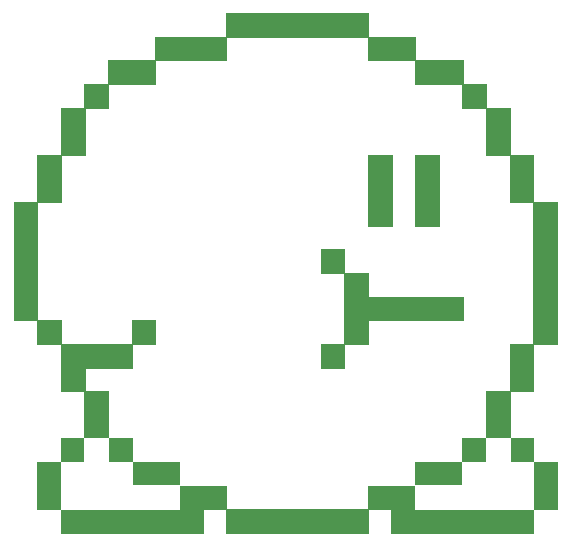
<source format=gbr>
G04 #@! TF.GenerationSoftware,KiCad,Pcbnew,5.1.2-f72e74a~84~ubuntu16.04.1*
G04 #@! TF.CreationDate,2019-07-01T21:57:51-07:00*
G04 #@! TF.ProjectId,Kirby_SAO,4b697262-795f-4534-914f-2e6b69636164,rev?*
G04 #@! TF.SameCoordinates,Original*
G04 #@! TF.FileFunction,Legend,Top*
G04 #@! TF.FilePolarity,Positive*
%FSLAX46Y46*%
G04 Gerber Fmt 4.6, Leading zero omitted, Abs format (unit mm)*
G04 Created by KiCad (PCBNEW 5.1.2-f72e74a~84~ubuntu16.04.1) date 2019-07-01 21:57:51*
%MOMM*%
%LPD*%
G04 APERTURE LIST*
%ADD10C,0.010000*%
%ADD11R,1.829200X1.829200*%
%ADD12O,1.829200X1.829200*%
%ADD13C,1.829200*%
G04 APERTURE END LIST*
D10*
G36*
X113017500Y-96020667D02*
G01*
X111006666Y-96020667D01*
X111006666Y-90009334D01*
X113017500Y-90009334D01*
X113017500Y-96020667D01*
X113017500Y-96020667D01*
G37*
X113017500Y-96020667D02*
X111006666Y-96020667D01*
X111006666Y-90009334D01*
X113017500Y-90009334D01*
X113017500Y-96020667D01*
G36*
X109017000Y-96020667D02*
G01*
X107006166Y-96020667D01*
X107006166Y-90009334D01*
X109017000Y-90009334D01*
X109017000Y-96020667D01*
X109017000Y-96020667D01*
G37*
X109017000Y-96020667D02*
X107006166Y-96020667D01*
X107006166Y-90009334D01*
X109017000Y-90009334D01*
X109017000Y-96020667D01*
G36*
X105016500Y-100000000D02*
G01*
X107027333Y-100000000D01*
X107027333Y-102010834D01*
X115028333Y-102010834D01*
X115028333Y-104021667D01*
X107027333Y-104021667D01*
X107027333Y-106011334D01*
X105016500Y-106011334D01*
X105016500Y-108022167D01*
X103005666Y-108022167D01*
X103005666Y-106011334D01*
X104995333Y-106011334D01*
X104995333Y-100021167D01*
X103005666Y-100021167D01*
X103005666Y-98010334D01*
X105016500Y-98010334D01*
X105016500Y-100000000D01*
X105016500Y-100000000D01*
G37*
X105016500Y-100000000D02*
X107027333Y-100000000D01*
X107027333Y-102010834D01*
X115028333Y-102010834D01*
X115028333Y-104021667D01*
X107027333Y-104021667D01*
X107027333Y-106011334D01*
X105016500Y-106011334D01*
X105016500Y-108022167D01*
X103005666Y-108022167D01*
X103005666Y-106011334D01*
X104995333Y-106011334D01*
X104995333Y-100021167D01*
X103005666Y-100021167D01*
X103005666Y-98010334D01*
X105016500Y-98010334D01*
X105016500Y-100000000D01*
G36*
X107027333Y-79997500D02*
G01*
X111027833Y-79997500D01*
X111027833Y-82008334D01*
X115028333Y-82008334D01*
X115028333Y-83998000D01*
X117018000Y-83998000D01*
X117018000Y-86008834D01*
X119028833Y-86008834D01*
X119028833Y-90009334D01*
X121018500Y-90009334D01*
X121018500Y-94009834D01*
X123008166Y-94009834D01*
X123008166Y-106011334D01*
X121018500Y-106011334D01*
X121018500Y-110011834D01*
X119028833Y-110011834D01*
X119028833Y-114012334D01*
X121018500Y-114012334D01*
X121018500Y-116002000D01*
X123008166Y-116002000D01*
X123008166Y-120023667D01*
X121018500Y-120023667D01*
X121018500Y-122013334D01*
X108995833Y-122013334D01*
X108995833Y-120023667D01*
X107027333Y-120023667D01*
X107027333Y-122013334D01*
X95004666Y-122013334D01*
X95004666Y-120023667D01*
X93015000Y-120023667D01*
X93015000Y-122013334D01*
X80992333Y-122013334D01*
X80992333Y-120023667D01*
X79002666Y-120023667D01*
X79002666Y-116023167D01*
X81013500Y-116023167D01*
X81013500Y-120002500D01*
X91004166Y-120002500D01*
X91004166Y-118012834D01*
X87003666Y-118012834D01*
X87003666Y-116023167D01*
X84992833Y-116023167D01*
X84992833Y-114012334D01*
X83024333Y-114012334D01*
X83024333Y-116023167D01*
X81013500Y-116023167D01*
X79002666Y-116023167D01*
X79002666Y-116002000D01*
X80992333Y-116002000D01*
X80992333Y-114012334D01*
X83003166Y-114012334D01*
X83003166Y-110011834D01*
X80992333Y-110011834D01*
X80992333Y-106011334D01*
X79002666Y-106011334D01*
X79002666Y-104021667D01*
X77013000Y-104021667D01*
X77013000Y-94009834D01*
X79002666Y-94009834D01*
X79023833Y-94009834D01*
X79023833Y-104000500D01*
X81013500Y-104000500D01*
X81013500Y-106011334D01*
X87003666Y-106011334D01*
X87003666Y-104000500D01*
X89014500Y-104000500D01*
X89014500Y-106011334D01*
X87024833Y-106011334D01*
X87024833Y-108022167D01*
X83024333Y-108022167D01*
X83024333Y-110011834D01*
X85014000Y-110011834D01*
X85014000Y-114012334D01*
X87024833Y-114012334D01*
X87024833Y-116002000D01*
X91025333Y-116002000D01*
X91025333Y-118012834D01*
X95025833Y-118012834D01*
X95025833Y-120002500D01*
X107006166Y-120002500D01*
X107006166Y-118012834D01*
X111006666Y-118012834D01*
X111027833Y-118012834D01*
X111027833Y-120002500D01*
X120997333Y-120002500D01*
X120997333Y-116023167D01*
X119007666Y-116023167D01*
X119007666Y-114012334D01*
X117018000Y-114012334D01*
X117018000Y-116023167D01*
X115028333Y-116023167D01*
X115028333Y-118012834D01*
X111027833Y-118012834D01*
X111006666Y-118012834D01*
X111006666Y-116002000D01*
X115007166Y-116002000D01*
X115007166Y-114012334D01*
X116996833Y-114012334D01*
X116996833Y-110011834D01*
X119007666Y-110011834D01*
X119007666Y-106011334D01*
X120997333Y-106011334D01*
X120997333Y-94009834D01*
X119007666Y-94009834D01*
X119007666Y-90009334D01*
X116996833Y-90009334D01*
X116996833Y-86008834D01*
X115007166Y-86008834D01*
X115007166Y-84019167D01*
X111006666Y-84019167D01*
X111006666Y-82008334D01*
X107006166Y-82008334D01*
X107006166Y-80018667D01*
X95025833Y-80018667D01*
X95025833Y-82008334D01*
X89014500Y-82008334D01*
X89014500Y-84019167D01*
X85014000Y-84019167D01*
X85014000Y-86008834D01*
X83024333Y-86008834D01*
X83024333Y-90009334D01*
X81013500Y-90009334D01*
X81013500Y-94009834D01*
X79023833Y-94009834D01*
X79002666Y-94009834D01*
X79002666Y-90009334D01*
X80992333Y-90009334D01*
X80992333Y-86008834D01*
X83003166Y-86008834D01*
X83003166Y-83998000D01*
X84992833Y-83998000D01*
X84992833Y-82008334D01*
X88993333Y-82008334D01*
X88993333Y-79997500D01*
X95004666Y-79997500D01*
X95004666Y-78007834D01*
X107027333Y-78007834D01*
X107027333Y-79997500D01*
X107027333Y-79997500D01*
G37*
X107027333Y-79997500D02*
X111027833Y-79997500D01*
X111027833Y-82008334D01*
X115028333Y-82008334D01*
X115028333Y-83998000D01*
X117018000Y-83998000D01*
X117018000Y-86008834D01*
X119028833Y-86008834D01*
X119028833Y-90009334D01*
X121018500Y-90009334D01*
X121018500Y-94009834D01*
X123008166Y-94009834D01*
X123008166Y-106011334D01*
X121018500Y-106011334D01*
X121018500Y-110011834D01*
X119028833Y-110011834D01*
X119028833Y-114012334D01*
X121018500Y-114012334D01*
X121018500Y-116002000D01*
X123008166Y-116002000D01*
X123008166Y-120023667D01*
X121018500Y-120023667D01*
X121018500Y-122013334D01*
X108995833Y-122013334D01*
X108995833Y-120023667D01*
X107027333Y-120023667D01*
X107027333Y-122013334D01*
X95004666Y-122013334D01*
X95004666Y-120023667D01*
X93015000Y-120023667D01*
X93015000Y-122013334D01*
X80992333Y-122013334D01*
X80992333Y-120023667D01*
X79002666Y-120023667D01*
X79002666Y-116023167D01*
X81013500Y-116023167D01*
X81013500Y-120002500D01*
X91004166Y-120002500D01*
X91004166Y-118012834D01*
X87003666Y-118012834D01*
X87003666Y-116023167D01*
X84992833Y-116023167D01*
X84992833Y-114012334D01*
X83024333Y-114012334D01*
X83024333Y-116023167D01*
X81013500Y-116023167D01*
X79002666Y-116023167D01*
X79002666Y-116002000D01*
X80992333Y-116002000D01*
X80992333Y-114012334D01*
X83003166Y-114012334D01*
X83003166Y-110011834D01*
X80992333Y-110011834D01*
X80992333Y-106011334D01*
X79002666Y-106011334D01*
X79002666Y-104021667D01*
X77013000Y-104021667D01*
X77013000Y-94009834D01*
X79002666Y-94009834D01*
X79023833Y-94009834D01*
X79023833Y-104000500D01*
X81013500Y-104000500D01*
X81013500Y-106011334D01*
X87003666Y-106011334D01*
X87003666Y-104000500D01*
X89014500Y-104000500D01*
X89014500Y-106011334D01*
X87024833Y-106011334D01*
X87024833Y-108022167D01*
X83024333Y-108022167D01*
X83024333Y-110011834D01*
X85014000Y-110011834D01*
X85014000Y-114012334D01*
X87024833Y-114012334D01*
X87024833Y-116002000D01*
X91025333Y-116002000D01*
X91025333Y-118012834D01*
X95025833Y-118012834D01*
X95025833Y-120002500D01*
X107006166Y-120002500D01*
X107006166Y-118012834D01*
X111006666Y-118012834D01*
X111027833Y-118012834D01*
X111027833Y-120002500D01*
X120997333Y-120002500D01*
X120997333Y-116023167D01*
X119007666Y-116023167D01*
X119007666Y-114012334D01*
X117018000Y-114012334D01*
X117018000Y-116023167D01*
X115028333Y-116023167D01*
X115028333Y-118012834D01*
X111027833Y-118012834D01*
X111006666Y-118012834D01*
X111006666Y-116002000D01*
X115007166Y-116002000D01*
X115007166Y-114012334D01*
X116996833Y-114012334D01*
X116996833Y-110011834D01*
X119007666Y-110011834D01*
X119007666Y-106011334D01*
X120997333Y-106011334D01*
X120997333Y-94009834D01*
X119007666Y-94009834D01*
X119007666Y-90009334D01*
X116996833Y-90009334D01*
X116996833Y-86008834D01*
X115007166Y-86008834D01*
X115007166Y-84019167D01*
X111006666Y-84019167D01*
X111006666Y-82008334D01*
X107006166Y-82008334D01*
X107006166Y-80018667D01*
X95025833Y-80018667D01*
X95025833Y-82008334D01*
X89014500Y-82008334D01*
X89014500Y-84019167D01*
X85014000Y-84019167D01*
X85014000Y-86008834D01*
X83024333Y-86008834D01*
X83024333Y-90009334D01*
X81013500Y-90009334D01*
X81013500Y-94009834D01*
X79023833Y-94009834D01*
X79002666Y-94009834D01*
X79002666Y-90009334D01*
X80992333Y-90009334D01*
X80992333Y-86008834D01*
X83003166Y-86008834D01*
X83003166Y-83998000D01*
X84992833Y-83998000D01*
X84992833Y-82008334D01*
X88993333Y-82008334D01*
X88993333Y-79997500D01*
X95004666Y-79997500D01*
X95004666Y-78007834D01*
X107027333Y-78007834D01*
X107027333Y-79997500D01*
%LPC*%
G36*
X119028833Y-98010334D02*
G01*
X115007166Y-98010334D01*
X115007166Y-95999500D01*
X119028833Y-95999500D01*
X119028833Y-98010334D01*
X119028833Y-98010334D01*
G37*
X119028833Y-98010334D02*
X115007166Y-98010334D01*
X115007166Y-95999500D01*
X119028833Y-95999500D01*
X119028833Y-98010334D01*
G36*
X101016000Y-98010334D02*
G01*
X96994333Y-98010334D01*
X96994333Y-95999500D01*
X101016000Y-95999500D01*
X101016000Y-98010334D01*
X101016000Y-98010334D01*
G37*
X101016000Y-98010334D02*
X96994333Y-98010334D01*
X96994333Y-95999500D01*
X101016000Y-95999500D01*
X101016000Y-98010334D01*
G36*
X118007541Y-113996253D02*
G01*
X119018250Y-114001750D01*
X119023748Y-115001875D01*
X119029247Y-116002000D01*
X121018500Y-116002000D01*
X121018500Y-120023667D01*
X111006666Y-120023667D01*
X111006666Y-117991667D01*
X115007166Y-117991667D01*
X115007166Y-116002000D01*
X116996833Y-116002000D01*
X116996833Y-113990756D01*
X118007541Y-113996253D01*
X118007541Y-113996253D01*
G37*
X118007541Y-113996253D02*
X119018250Y-114001750D01*
X119023748Y-115001875D01*
X119029247Y-116002000D01*
X121018500Y-116002000D01*
X121018500Y-120023667D01*
X111006666Y-120023667D01*
X111006666Y-117991667D01*
X115007166Y-117991667D01*
X115007166Y-116002000D01*
X116996833Y-116002000D01*
X116996833Y-113990756D01*
X118007541Y-113996253D01*
G36*
X85014000Y-116002000D02*
G01*
X87024833Y-116002000D01*
X87024833Y-117991667D01*
X91025333Y-117991667D01*
X91025333Y-120023667D01*
X80992333Y-120023667D01*
X80992333Y-116002000D01*
X83003166Y-116002000D01*
X83003166Y-113991167D01*
X85014000Y-113991167D01*
X85014000Y-116002000D01*
X85014000Y-116002000D01*
G37*
X85014000Y-116002000D02*
X87024833Y-116002000D01*
X87024833Y-117991667D01*
X91025333Y-117991667D01*
X91025333Y-120023667D01*
X80992333Y-120023667D01*
X80992333Y-116002000D01*
X83003166Y-116002000D01*
X83003166Y-113991167D01*
X85014000Y-113991167D01*
X85014000Y-116002000D01*
D11*
X96520000Y-107290000D03*
D12*
X96520000Y-104750000D03*
X99060000Y-107290000D03*
X99060000Y-104750000D03*
D13*
X101600000Y-107290000D03*
X101600000Y-104750000D03*
M02*

</source>
